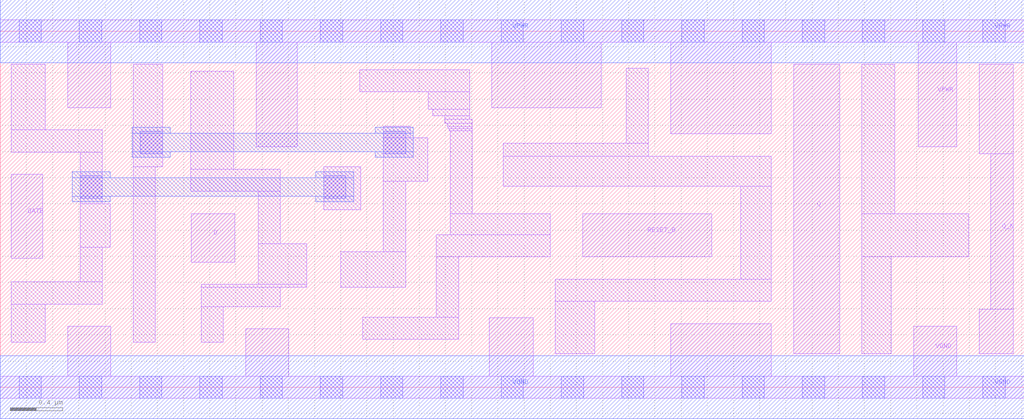
<source format=lef>
# Copyright 2020 The SkyWater PDK Authors
#
# Licensed under the Apache License, Version 2.0 (the "License");
# you may not use this file except in compliance with the License.
# You may obtain a copy of the License at
#
#     https://www.apache.org/licenses/LICENSE-2.0
#
# Unless required by applicable law or agreed to in writing, software
# distributed under the License is distributed on an "AS IS" BASIS,
# WITHOUT WARRANTIES OR CONDITIONS OF ANY KIND, either express or implied.
# See the License for the specific language governing permissions and
# limitations under the License.
#
# SPDX-License-Identifier: Apache-2.0

VERSION 5.7 ;
  NAMESCASESENSITIVE ON ;
  NOWIREEXTENSIONATPIN ON ;
  DIVIDERCHAR "/" ;
  BUSBITCHARS "[]" ;
UNITS
  DATABASE MICRONS 200 ;
END UNITS
MACRO sky130_fd_sc_hd__dlrbp_1
  CLASS CORE ;
  SOURCE USER ;
  FOREIGN sky130_fd_sc_hd__dlrbp_1 ;
  ORIGIN  0.000000  0.000000 ;
  SIZE  7.820000 BY  2.720000 ;
  SYMMETRY X Y R90 ;
  SITE unithd ;
  PIN D
    ANTENNAGATEAREA  0.159000 ;
    DIRECTION INPUT ;
    USE SIGNAL ;
    PORT
      LAYER li1 ;
        RECT 1.460000 0.955000 1.790000 1.325000 ;
    END
  END D
  PIN Q
    ANTENNADIFFAREA  0.429000 ;
    DIRECTION OUTPUT ;
    USE SIGNAL ;
    PORT
      LAYER li1 ;
        RECT 6.060000 0.255000 6.410000 2.465000 ;
    END
  END Q
  PIN Q_N
    ANTENNADIFFAREA  0.429000 ;
    DIRECTION OUTPUT ;
    USE SIGNAL ;
    PORT
      LAYER li1 ;
        RECT 7.475000 0.255000 7.735000 0.595000 ;
        RECT 7.475000 1.785000 7.735000 2.465000 ;
        RECT 7.565000 0.595000 7.735000 1.785000 ;
    END
  END Q_N
  PIN RESET_B
    ANTENNAGATEAREA  0.247500 ;
    DIRECTION INPUT ;
    USE SIGNAL ;
    PORT
      LAYER li1 ;
        RECT 4.450000 0.995000 5.435000 1.325000 ;
    END
  END RESET_B
  PIN GATE
    ANTENNAGATEAREA  0.159000 ;
    DIRECTION INPUT ;
    USE CLOCK ;
    PORT
      LAYER li1 ;
        RECT 0.085000 0.985000 0.325000 1.625000 ;
    END
  END GATE
  PIN VGND
    DIRECTION INOUT ;
    SHAPE ABUTMENT ;
    USE GROUND ;
    PORT
      LAYER li1 ;
        RECT 0.000000 -0.085000 7.820000 0.085000 ;
        RECT 0.515000  0.085000 0.845000 0.465000 ;
        RECT 1.875000  0.085000 2.205000 0.445000 ;
        RECT 3.735000  0.085000 4.070000 0.530000 ;
        RECT 5.120000  0.085000 5.890000 0.485000 ;
        RECT 6.975000  0.085000 7.305000 0.465000 ;
      LAYER mcon ;
        RECT 0.145000 -0.085000 0.315000 0.085000 ;
        RECT 0.605000 -0.085000 0.775000 0.085000 ;
        RECT 1.065000 -0.085000 1.235000 0.085000 ;
        RECT 1.525000 -0.085000 1.695000 0.085000 ;
        RECT 1.985000 -0.085000 2.155000 0.085000 ;
        RECT 2.445000 -0.085000 2.615000 0.085000 ;
        RECT 2.905000 -0.085000 3.075000 0.085000 ;
        RECT 3.365000 -0.085000 3.535000 0.085000 ;
        RECT 3.825000 -0.085000 3.995000 0.085000 ;
        RECT 4.285000 -0.085000 4.455000 0.085000 ;
        RECT 4.745000 -0.085000 4.915000 0.085000 ;
        RECT 5.205000 -0.085000 5.375000 0.085000 ;
        RECT 5.665000 -0.085000 5.835000 0.085000 ;
        RECT 6.125000 -0.085000 6.295000 0.085000 ;
        RECT 6.585000 -0.085000 6.755000 0.085000 ;
        RECT 7.045000 -0.085000 7.215000 0.085000 ;
        RECT 7.505000 -0.085000 7.675000 0.085000 ;
      LAYER met1 ;
        RECT 0.000000 -0.240000 7.820000 0.240000 ;
    END
  END VGND
  PIN VPWR
    DIRECTION INOUT ;
    SHAPE ABUTMENT ;
    USE POWER ;
    PORT
      LAYER li1 ;
        RECT 0.000000 2.635000 7.820000 2.805000 ;
        RECT 0.515000 2.135000 0.845000 2.635000 ;
        RECT 1.955000 1.835000 2.270000 2.635000 ;
        RECT 3.755000 2.135000 4.590000 2.635000 ;
        RECT 5.120000 1.935000 5.890000 2.635000 ;
        RECT 7.010000 1.835000 7.305000 2.635000 ;
      LAYER mcon ;
        RECT 0.145000 2.635000 0.315000 2.805000 ;
        RECT 0.605000 2.635000 0.775000 2.805000 ;
        RECT 1.065000 2.635000 1.235000 2.805000 ;
        RECT 1.525000 2.635000 1.695000 2.805000 ;
        RECT 1.985000 2.635000 2.155000 2.805000 ;
        RECT 2.445000 2.635000 2.615000 2.805000 ;
        RECT 2.905000 2.635000 3.075000 2.805000 ;
        RECT 3.365000 2.635000 3.535000 2.805000 ;
        RECT 3.825000 2.635000 3.995000 2.805000 ;
        RECT 4.285000 2.635000 4.455000 2.805000 ;
        RECT 4.745000 2.635000 4.915000 2.805000 ;
        RECT 5.205000 2.635000 5.375000 2.805000 ;
        RECT 5.665000 2.635000 5.835000 2.805000 ;
        RECT 6.125000 2.635000 6.295000 2.805000 ;
        RECT 6.585000 2.635000 6.755000 2.805000 ;
        RECT 7.045000 2.635000 7.215000 2.805000 ;
        RECT 7.505000 2.635000 7.675000 2.805000 ;
      LAYER met1 ;
        RECT 0.000000 2.480000 7.820000 2.960000 ;
    END
  END VPWR
  OBS
    LAYER li1 ;
      RECT 0.085000 0.345000 0.345000 0.635000 ;
      RECT 0.085000 0.635000 0.780000 0.805000 ;
      RECT 0.085000 1.795000 0.780000 1.965000 ;
      RECT 0.085000 1.965000 0.345000 2.465000 ;
      RECT 0.610000 0.805000 0.780000 1.070000 ;
      RECT 0.610000 1.070000 0.840000 1.400000 ;
      RECT 0.610000 1.400000 0.780000 1.795000 ;
      RECT 1.015000 0.345000 1.185000 1.685000 ;
      RECT 1.015000 1.685000 1.240000 2.465000 ;
      RECT 1.455000 1.495000 2.140000 1.665000 ;
      RECT 1.455000 1.665000 1.785000 2.415000 ;
      RECT 1.535000 0.345000 1.705000 0.615000 ;
      RECT 1.535000 0.615000 2.140000 0.765000 ;
      RECT 1.535000 0.765000 2.340000 0.785000 ;
      RECT 1.970000 0.785000 2.340000 1.095000 ;
      RECT 1.970000 1.095000 2.140000 1.495000 ;
      RECT 2.470000 1.355000 2.755000 1.685000 ;
      RECT 2.600000 0.765000 3.095000 1.035000 ;
      RECT 2.745000 2.255000 3.585000 2.425000 ;
      RECT 2.770000 0.365000 3.500000 0.535000 ;
      RECT 2.925000 1.035000 3.095000 1.575000 ;
      RECT 2.925000 1.575000 3.265000 1.905000 ;
      RECT 2.925000 1.905000 3.130000 1.995000 ;
      RECT 3.270000 2.125000 3.585000 2.255000 ;
      RECT 3.305000 2.075000 3.585000 2.125000 ;
      RECT 3.330000 0.535000 3.500000 0.995000 ;
      RECT 3.330000 0.995000 4.200000 1.165000 ;
      RECT 3.395000 2.015000 3.605000 2.045000 ;
      RECT 3.395000 2.045000 3.585000 2.075000 ;
      RECT 3.415000 1.990000 3.605000 2.015000 ;
      RECT 3.420000 1.975000 3.605000 1.990000 ;
      RECT 3.430000 1.960000 3.605000 1.975000 ;
      RECT 3.435000 1.165000 4.200000 1.325000 ;
      RECT 3.435000 1.325000 3.605000 1.960000 ;
      RECT 3.840000 1.535000 5.890000 1.765000 ;
      RECT 3.840000 1.765000 4.950000 1.865000 ;
      RECT 4.240000 0.255000 4.540000 0.655000 ;
      RECT 4.240000 0.655000 5.890000 0.825000 ;
      RECT 4.780000 1.865000 4.950000 2.435000 ;
      RECT 5.655000 0.825000 5.890000 1.535000 ;
      RECT 6.580000 0.255000 6.805000 0.995000 ;
      RECT 6.580000 0.995000 7.395000 1.325000 ;
      RECT 6.580000 1.325000 6.830000 2.465000 ;
    LAYER mcon ;
      RECT 0.610000 1.445000 0.780000 1.615000 ;
      RECT 1.070000 1.785000 1.240000 1.955000 ;
      RECT 2.470000 1.445000 2.640000 1.615000 ;
      RECT 2.925000 1.785000 3.095000 1.955000 ;
    LAYER met1 ;
      RECT 0.550000 1.415000 0.840000 1.460000 ;
      RECT 0.550000 1.460000 2.700000 1.600000 ;
      RECT 0.550000 1.600000 0.840000 1.645000 ;
      RECT 1.010000 1.755000 1.300000 1.800000 ;
      RECT 1.010000 1.800000 3.155000 1.940000 ;
      RECT 1.010000 1.940000 1.300000 1.985000 ;
      RECT 2.410000 1.415000 2.700000 1.460000 ;
      RECT 2.410000 1.600000 2.700000 1.645000 ;
      RECT 2.865000 1.755000 3.155000 1.800000 ;
      RECT 2.865000 1.940000 3.155000 1.985000 ;
  END
END sky130_fd_sc_hd__dlrbp_1

</source>
